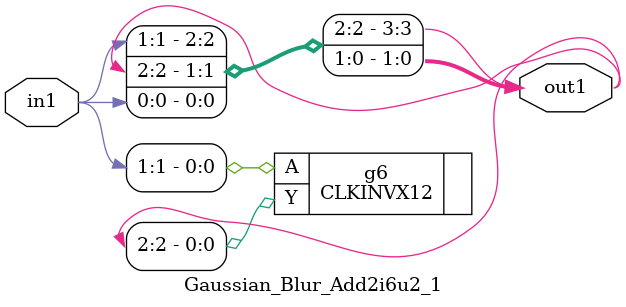
<source format=v>
`timescale 1ps / 1ps


module Gaussian_Blur_Add2i6u2_1(in1, out1);
  input [1:0] in1;
  output [3:0] out1;
  wire [1:0] in1;
  wire [3:0] out1;
  assign out1[0] = in1[0];
  assign out1[1] = out1[2];
  assign out1[3] = in1[1];
  CLKINVX12 g6(.A (in1[1]), .Y (out1[2]));
endmodule



</source>
